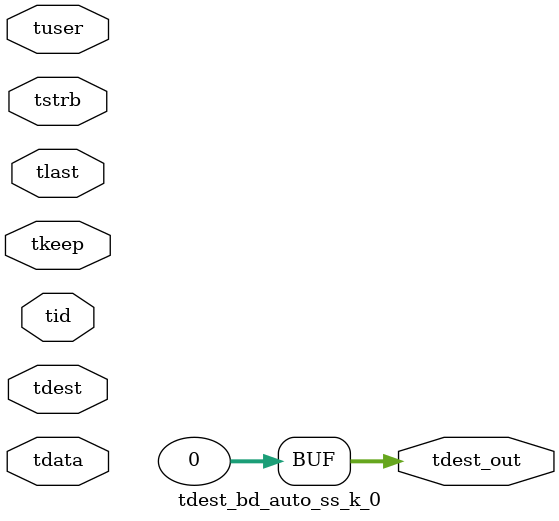
<source format=v>


`timescale 1ps/1ps

module tdest_bd_auto_ss_k_0 #
(
parameter C_S_AXIS_TDATA_WIDTH = 32,
parameter C_S_AXIS_TUSER_WIDTH = 0,
parameter C_S_AXIS_TID_WIDTH   = 0,
parameter C_S_AXIS_TDEST_WIDTH = 0,
parameter C_M_AXIS_TDEST_WIDTH = 32
)
(
input  [(C_S_AXIS_TDATA_WIDTH == 0 ? 1 : C_S_AXIS_TDATA_WIDTH)-1:0     ] tdata,
input  [(C_S_AXIS_TUSER_WIDTH == 0 ? 1 : C_S_AXIS_TUSER_WIDTH)-1:0     ] tuser,
input  [(C_S_AXIS_TID_WIDTH   == 0 ? 1 : C_S_AXIS_TID_WIDTH)-1:0       ] tid,
input  [(C_S_AXIS_TDEST_WIDTH == 0 ? 1 : C_S_AXIS_TDEST_WIDTH)-1:0     ] tdest,
input  [(C_S_AXIS_TDATA_WIDTH/8)-1:0 ] tkeep,
input  [(C_S_AXIS_TDATA_WIDTH/8)-1:0 ] tstrb,
input                                                                    tlast,
output [C_M_AXIS_TDEST_WIDTH-1:0] tdest_out
);

assign tdest_out = {1'b0};

endmodule


</source>
